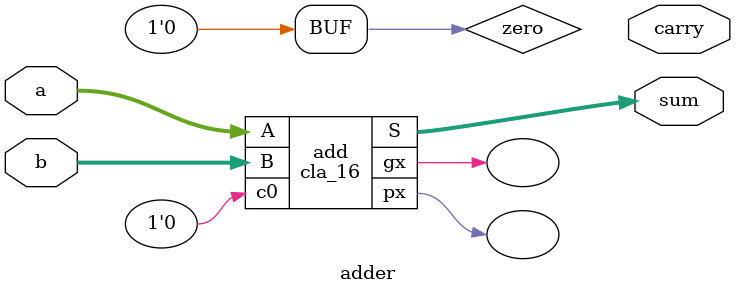
<source format=v>
/* ACM Class System (I) Fall Assignment 1 
 *
 * Implement your naive adder here
 * 
 * GUIDE:
 *   1. Create a RTL project in Vivado
 *   2. Put this file into `Sources'
 *   3. Put `test_adder.v' into `Simulation Sources'
 *   4. Run Behavioral Simulation
 *   5. Make sure to run at least 100 steps during the simulation (usually 100ns)
 *   6. You can see the results in `Tcl console'
 *
 */

module adder_1(
	input X,
	input Y,
	input Cin,
	output F,
	output Cout
);

	assign F = X ^ Y ^ Cin;
	assign Cout = (X ^ Y) & Cin | X & Y;

endmodule

module cla_4(
	input c0, g1, g2, g3, g4, p1, p2, p3, p4,
    output c1, c2, c3, c4
);

	assign c1 = g1 ^ (p1 & c0),
		   c2 = g2 ^ (p2 & g1) ^ (p2 & p1 & c0),
           c3 = g3 ^ (p3 & g2) ^ (p3 & p2 & g1) ^ (p3 & p2 & p1 & c0),
           c4 = g4 ^ (p4 & g3) ^ (p4 & p3 & g2) ^ (p4 & p3 & p2 & g1) ^ (p4 & p3 & p2 & p1 & c0);

endmodule

module adder_4(
	input [4:1] x,
	input [4:1] y,
	input c0,
	output c4,
	output [4:1] F,
	output Gm,
	output Pm
);

	wire p1, p2, p3, p4, g1, g2, g3, g4;
	wire c1, c2, c3;
	
	adder_1 adder1(.X(x[1]), .Y(y[1]), .Cin(c0), .F(F[1]), .Cout());
	adder_1 adder2(.X(x[2]), .Y(y[2]), .Cin(c1), .F(F[2]), .Cout());
	adder_1 adder3(.X(x[3]), .Y(y[3]), .Cin(c2), .F(F[3]), .Cout());
	adder_1 adder4(.X(x[4]), .Y(y[4]), .Cin(c3), .F(F[4]), .Cout());

	cla_4 cla4(.c0(c0), .c1(c1), .c2(c2), .c3(c3), .c4(c4), .p1(p1), .p2(p2),
        .p3(p3), .p4(p4), .g1(g1), .g2(g2), .g3(g3), .g4(g4));

	assign p1 = x[1] ^ y[1],      
           p2 = x[2] ^ y[2],
           p3 = x[3] ^ y[3],
           p4 = x[4] ^ y[4];

    assign g1 = x[1] & y[1],
           g2 = x[2] & y[2],
           g3 = x[3] & y[3],
           g4 = x[4] & y[4];

    assign Pm = p1 & p2 & p3 & p4,
           Gm = g4 ^ (p4 & g3) ^ (p4 & p3 & g2) ^ (p4 & p3 & p2 & g1);

endmodule

module cla_16(
	input [16:1] A,
	input [16:1] B,
	input c0,
	output gx, px,
	output [16:1] S
);

	wire c4, c8, c12;
	wire Pm1, Gm1, Pm2, Gm2, Pm3, Gm3, Pm4, Gm4;

	adder_4 adder1(.x(A[4:1]), .y(B[4:1]), .c0(c0), .c4(), .F(S[4:1]), .Gm(Gm1), .Pm(Pm1));
	adder_4 adder2(.x(A[8:5]), .y(B[8:5]), .c0(c4), .c4(), .F(S[8:5]), .Gm(Gm2), .Pm(Pm2));
	adder_4 adder3(.x(A[12:9]), .y(B[12:9]), .c0(c8), .c4(), .F(S[12:9]), .Gm(Gm3), .Pm(Pm3));
	adder_4 adder4(.x(A[16:13]), .y(B[16:13]), .c0(c12), .c4(), .F(S[16:13]), .Gm(Gm4), .Pm(Pm4));

	assign c4 = Gm1 ^ (Pm1 & c0),
           c8 = Gm2 ^ (Pm2 & Gm1) ^ (Pm2 & Pm1 & c0),
           c12 = Gm3 ^ (Pm3 & Gm2) ^ (Pm3 & Pm2 & Gm1) ^ (Pm3 & Pm2 & Pm1 & c0);

    assign px = Pm1 & Pm2 & Pm3 & Pm4,
           gx = Gm4 ^ (Pm4 & Gm3) ^ (Pm4 & Pm3 & Gm2) ^ (Pm4 & Pm3 & Pm2 & Gm1);

endmodule

module adder_32(
	input [32:1] A,
	input [32:1] B,
	output [32:1] S,
	output c32
);
	
	wire px1, gx1, px2, gx2;
	wire c0 = 0;
	wire c16;

	cla_16 cla1(.A(A[16:1]), .B(B[16:1]), .c0(c0), .gx(gx1), .px(px1), .S(S[16:1]));
	cla_16 cla2(.A(A[32:17]), .B(B[32:17]), .c0(c16), .gx(gx2), .px(px2), .S(S[32:17]));

	assign c16 = gx1 ^ (px1 && 0),
		   c32 = gx2 ^ (px2 && c16);

endmodule

module Add(
	input wire[32:1] a,
	input wire[32:1] b,
	output reg[32:1] sum
);

	wire [32:1] res;
	adder_32 add(.A(a), .B(b), .S(res), .c32());
	always @* begin
		sum <= res;
	end

endmodule

module adder(
        input wire[15:0] a,
        input wire[15:0] b,
        output wire[15:0] sum,
        output wire carry
		
    );

    wire zero = 0;
    cla_16 add(.A(a), .B(b), .c0(zero), .S(sum), .gx(), .px());

endmodule

</source>
